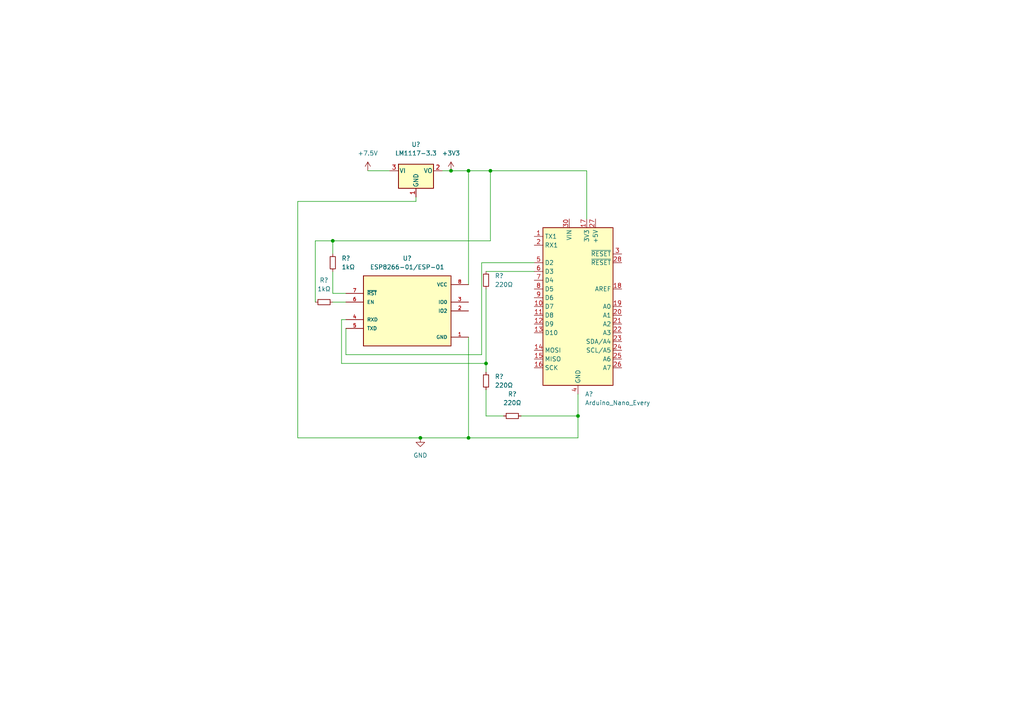
<source format=kicad_sch>
(kicad_sch (version 20211123) (generator eeschema)
  (paper "A4")
  (lib_symbols
    (symbol "Device:R_Small" (pin_numbers hide) (pin_names (offset 0.254) hide)
      (property "Reference" "R" (at 0.762 0.508 0))
      (property "Value" "R_Small" (at 0.762 -1.016 0))
      (symbol "R_Small_0_1"
        (rectangle (start -0.762 1.778) (end 0.762 -1.778) (stroke (width 0.2032)))
      )
      (symbol "R_Small_1_1"
        (pin passive line (at 0 2.54 270) (length 0.762) (name "~") (number "1"))
        (pin passive line (at 0 -2.54 90) (length 0.762) (name "~") (number "2"))
      )
    )
    (symbol "ESP8266:ESP8266-01{slash}ESP-01" (pin_names (offset 1.016))
      (property "Reference" "U" (at -12.7 10.668 0))
      (property "Value" "ESP8266-01{slash}ESP-01" (at -12.7254 -12.7254 0))
      (symbol "ESP8266-01{slash}ESP-01_0_0"
        (rectangle (start -12.7 -10.16) (end 12.7 10.16) (stroke (width 0.254)) (fill (type background)))
        (pin power_in line (at 17.78 -7.62 180) (length 5.08) (name "GND") (number "1"))
        (pin bidirectional line (at 17.78 0 180) (length 5.08) (name "IO2") (number "2"))
        (pin bidirectional line (at 17.78 2.54 180) (length 5.08) (name "IO0") (number "3"))
        (pin input line (at -17.78 -2.54 0) (length 5.08) (name "RXD") (number "4"))
        (pin output line (at -17.78 -5.08 0) (length 5.08) (name "TXD") (number "5"))
        (pin input line (at -17.78 2.54 0) (length 5.08) (name "EN") (number "6"))
        (pin input line (at -17.78 5.08 0) (length 5.08) (name "~{RST}") (number "7"))
        (pin power_in line (at 17.78 7.62 180) (length 5.08) (name "VCC") (number "8"))
      )
    )
    (symbol "MCU_Module:Arduino_Nano_Every"
      (property "Reference" "A" (at -10.16 23.495 0))
      (property "Value" "Arduino_Nano_Every" (at 5.08 -24.13 0))
      (symbol "Arduino_Nano_Every_0_1"
        (rectangle (start -10.16 22.86) (end 10.16 -22.86) (stroke (width 0.254)) (fill (type background)))
      )
      (symbol "Arduino_Nano_Every_1_1"
        (pin bidirectional line (at -12.7 20.32 0) (length 2.54) (name "TX1") (number "1"))
        (pin bidirectional line (at -12.7 0 0) (length 2.54) (name "D7") (number "10"))
        (pin bidirectional line (at -12.7 -2.54 0) (length 2.54) (name "D8") (number "11"))
        (pin bidirectional line (at -12.7 -5.08 0) (length 2.54) (name "D9") (number "12"))
        (pin bidirectional line (at -12.7 -7.62 0) (length 2.54) (name "D10") (number "13"))
        (pin bidirectional line (at -12.7 -12.7 0) (length 2.54) (name "MOSI") (number "14"))
        (pin bidirectional line (at -12.7 -15.24 0) (length 2.54) (name "MISO") (number "15"))
        (pin bidirectional line (at -12.7 -17.78 0) (length 2.54) (name "SCK") (number "16"))
        (pin power_out line (at 2.54 25.4 270) (length 2.54) (name "3V3") (number "17"))
        (pin input line (at 12.7 5.08 180) (length 2.54) (name "AREF") (number "18"))
        (pin bidirectional line (at 12.7 0 180) (length 2.54) (name "A0") (number "19"))
        (pin bidirectional line (at -12.7 17.78 0) (length 2.54) (name "RX1") (number "2"))
        (pin bidirectional line (at 12.7 -2.54 180) (length 2.54) (name "A1") (number "20"))
        (pin bidirectional line (at 12.7 -5.08 180) (length 2.54) (name "A2") (number "21"))
        (pin bidirectional line (at 12.7 -7.62 180) (length 2.54) (name "A3") (number "22"))
        (pin bidirectional line (at 12.7 -10.16 180) (length 2.54) (name "SDA/A4") (number "23"))
        (pin bidirectional line (at 12.7 -12.7 180) (length 2.54) (name "SCL/A5") (number "24"))
        (pin bidirectional line (at 12.7 -15.24 180) (length 2.54) (name "A6") (number "25"))
        (pin bidirectional line (at 12.7 -17.78 180) (length 2.54) (name "A7") (number "26"))
        (pin power_out line (at 5.08 25.4 270) (length 2.54) (name "+5V") (number "27"))
        (pin input line (at 12.7 12.7 180) (length 2.54) (name "~{RESET}") (number "28"))
        (pin passive line (at 0 -25.4 90) (length 2.54) hide (name "GND") (number "29"))
        (pin input line (at 12.7 15.24 180) (length 2.54) (name "~{RESET}") (number "3"))
        (pin power_in line (at -2.54 25.4 270) (length 2.54) (name "VIN") (number "30"))
        (pin power_in line (at 0 -25.4 90) (length 2.54) (name "GND") (number "4"))
        (pin bidirectional line (at -12.7 12.7 0) (length 2.54) (name "D2") (number "5"))
        (pin bidirectional line (at -12.7 10.16 0) (length 2.54) (name "D3") (number "6"))
        (pin bidirectional line (at -12.7 7.62 0) (length 2.54) (name "D4") (number "7"))
        (pin bidirectional line (at -12.7 5.08 0) (length 2.54) (name "D5") (number "8"))
        (pin bidirectional line (at -12.7 2.54 0) (length 2.54) (name "D6") (number "9"))
      )
    )
    (symbol "Regulator_Linear:LM1117-3.3" (pin_names (offset 0.254))
      (property "Reference" "U" (at -3.81 3.175 0))
      (property "Value" "LM1117-3.3" (at 0 3.175 0))
      (symbol "LM1117-3.3_0_1"
        (rectangle (start -5.08 -5.08) (end 5.08 1.905) (stroke (width 0.254)) (fill (type background)))
      )
      (symbol "LM1117-3.3_1_1"
        (pin power_in line (at 0 -7.62 90) (length 2.54) (name "GND") (number "1"))
        (pin power_out line (at 7.62 0 180) (length 2.54) (name "VO") (number "2"))
        (pin power_in line (at -7.62 0 0) (length 2.54) (name "VI") (number "3"))
      )
    )
    (symbol "power:+3.3V" (power) (pin_names (offset 0))
      (property "Value" "+3.3V" (at 0 3.556 0))
      (symbol "+3.3V_0_1"
        (polyline (pts (xy -0.762 1.27) (xy 0 2.54)))
        (polyline (pts (xy 0 0) (xy 0 2.54)))
        (polyline (pts (xy 0 2.54) (xy 0.762 1.27)))
      )
      (symbol "+3.3V_1_1"
        (pin power_in line (at 0 0 90) (length 0) hide (name "+3V3") (number "1"))
      )
    )
    (symbol "power:+7.5V" (power) (pin_names (offset 0))
      (property "Value" "+7.5V" (at 0 3.556 0))
      (symbol "+7.5V_0_1"
        (polyline (pts (xy -0.762 1.27) (xy 0 2.54)))
        (polyline (pts (xy 0 0) (xy 0 2.54)))
        (polyline (pts (xy 0 2.54) (xy 0.762 1.27)))
      )
      (symbol "+7.5V_1_1"
        (pin power_in line (at 0 0 90) (length 0) hide (name "+7.5V") (number "1"))
      )
    )
    (symbol "power:GND" (power) (pin_names (offset 0))
      (property "Value" "GND" (at 0 -3.81 0))
      (symbol "GND_0_1"
        (polyline (pts (xy 0 0) (xy 0 -1.27) (xy 1.27 -1.27) (xy 0 -2.54) (xy -1.27 -1.27) (xy 0 -1.27)))
      )
      (symbol "GND_1_1"
        (pin power_in line (at 0 0 270) (length 0) hide (name "GND") (number "1"))
      )
    )
  )
  (junction (at 135.89 127))
  (junction (at 121.92 127))
  (junction (at 167.64 120.65))
  (junction (at 96.52 69.85))
  (junction (at 135.89 49.53))
  (junction (at 142.24 49.53))
  (junction (at 130.81 49.53))
  (junction (at 140.97 105.41))
  (wire (pts (xy 140.97 105.41) (xy 140.97 107.95)))
  (wire (pts (xy 120.65 58.42) (xy 86.36 58.42)))
  (wire (pts (xy 99.06 92.71) (xy 99.06 105.41)))
  (wire (pts (xy 121.92 127) (xy 86.36 127)))
  (wire (pts (xy 139.7 76.2) (xy 154.94 76.2)))
  (wire (pts (xy 167.64 114.3) (xy 167.64 120.65)))
  (wire (pts (xy 135.89 127) (xy 121.92 127)))
  (wire (pts (xy 96.52 78.74) (xy 96.52 85.09)))
  (wire (pts (xy 140.97 113.03) (xy 140.97 120.65)))
  (wire (pts (xy 96.52 85.09) (xy 100.33 85.09)))
  (wire (pts (xy 96.52 69.85) (xy 96.52 73.66)))
  (wire (pts (xy 120.65 57.15) (xy 120.65 58.42)))
  (wire (pts (xy 142.24 49.53) (xy 170.18 49.53)))
  (wire (pts (xy 142.24 69.85) (xy 96.52 69.85)))
  (wire (pts (xy 167.64 120.65) (xy 167.64 127)))
  (wire (pts (xy 128.27 49.53) (xy 130.81 49.53)))
  (wire (pts (xy 151.13 120.65) (xy 167.64 120.65)))
  (wire (pts (xy 100.33 102.87) (xy 139.7 102.87)))
  (wire (pts (xy 139.7 102.87) (xy 139.7 76.2)))
  (wire (pts (xy 140.97 120.65) (xy 146.05 120.65)))
  (wire (pts (xy 140.97 83.82) (xy 140.97 105.41)))
  (wire (pts (xy 99.06 105.41) (xy 140.97 105.41)))
  (wire (pts (xy 100.33 92.71) (xy 99.06 92.71)))
  (wire (pts (xy 135.89 49.53) (xy 142.24 49.53)))
  (wire (pts (xy 135.89 97.79) (xy 135.89 127)))
  (wire (pts (xy 86.36 58.42) (xy 86.36 127)))
  (wire (pts (xy 96.52 87.63) (xy 100.33 87.63)))
  (wire (pts (xy 167.64 127) (xy 135.89 127)))
  (wire (pts (xy 135.89 49.53) (xy 135.89 82.55)))
  (wire (pts (xy 100.33 95.25) (xy 100.33 102.87)))
  (wire (pts (xy 170.18 49.53) (xy 170.18 63.5)))
  (wire (pts (xy 106.68 49.53) (xy 113.03 49.53)))
  (wire (pts (xy 96.52 69.85) (xy 91.44 69.85)))
  (wire (pts (xy 142.24 49.53) (xy 142.24 69.85)))
  (wire (pts (xy 130.81 49.53) (xy 135.89 49.53)))
  (wire (pts (xy 91.44 69.85) (xy 91.44 87.63)))
  (wire (pts (xy 140.97 78.74) (xy 154.94 78.74)))
  (symbol (lib_id "power:+3.3V") (at 130.81 49.53 0) (unit 1)
    (property "Reference" "#PWR?" (effects hide))
    (property "Value" "+3.3V" (at 130.81 44.45 0))
  )
  (symbol (lib_id "Device:R_Small") (at 140.97 81.28 180) (unit 1)
    (property "Reference" "R?" (at 143.51 80.0099 0) (effects (justify right)))
    (property "Value" "220Ω" (at 143.51 82.5499 0) (effects (justify right)))
  )
  (symbol (lib_id "power:GND") (at 121.92 127 0) (unit 1)
    (property "Reference" "#PWR?" (effects hide))
    (property "Value" "GND" (at 121.92 132.08 0))
  )
  (symbol (lib_id "Regulator_Linear:LM1117-3.3") (at 120.65 49.53 0) (unit 1)
    (property "Reference" "U?" (at 120.65 41.91 0))
    (property "Value" "LM1117-3.3" (at 120.65 44.45 0))
    (property "Datasheet" "http://www.ti.com/lit/ds/symlink/lm1117.pdf" (effects hide))
  )
  (symbol (lib_id "power:+7.5V") (at 106.68 49.53 0) (unit 1)
    (property "Reference" "#PWR?" (effects hide))
    (property "Value" "+7.5V" (at 106.68 44.45 0))
  )
  (symbol (lib_id "Device:R_Small") (at 96.52 76.2 180) (unit 1)
    (property "Reference" "R?" (at 99.06 74.9299 0) (effects (justify right)))
    (property "Value" "1kΩ" (at 99.06 77.4699 0) (effects (justify right)))
  )
  (symbol (lib_id "MCU_Module:Arduino_Nano_Every") (at 167.64 88.9 0) (unit 1)
    (property "Reference" "A?" (at 169.6594 114.3 0) (effects (justify left)))
    (property "Value" "Arduino_Nano_Every" (at 169.6594 116.84 0) (effects (justify left)))
    (property "Footprint" "Module:Arduino_Nano" (effects hide))
    (property "Datasheet" "https://content.arduino.cc/assets/NANOEveryV3.0_sch.pdf" (effects hide))
  )
  (symbol (lib_id "Device:R_Small") (at 140.97 110.49 0) (unit 1)
    (property "Reference" "R?" (at 143.51 109.2199 0) (effects (justify left)))
    (property "Value" "220Ω" (at 143.51 111.7599 0) (effects (justify left)))
  )
  (symbol (lib_id "Device:R_Small") (at 93.98 87.63 270) (unit 1)
    (property "Reference" "R?" (at 93.98 81.28 90))
    (property "Value" "1kΩ" (at 93.98 83.82 90))
  )
  (symbol (lib_id "ESP8266:ESP8266-01{slash}ESP-01") (at 118.11 90.17 0) (unit 1)
    (property "Reference" "U?" (at 118.11 74.93 0))
    (property "Value" "ESP8266-01/ESP-01" (at 118.11 77.47 0))
    (property "Footprint" "XCVR_ESP8266-01/ESP-01" (effects hide))
    (property "MAXIMUM_PACKAGE_HEIGHT" "11.2 mm" (effects hide))
    (property "STANDARD" "Manufacturer recommendations or IPC 7351B" (effects hide))
    (property "PARTREV" "V1.2" (effects hide))
    (property "MANUFACTURER" "AI-Thinker" (effects hide))
  )
  (symbol (lib_id "Device:R_Small") (at 148.59 120.65 270) (unit 1)
    (property "Reference" "R?" (at 148.59 114.3 90))
    (property "Value" "220Ω" (at 148.59 116.84 90))
  )
)
</source>
